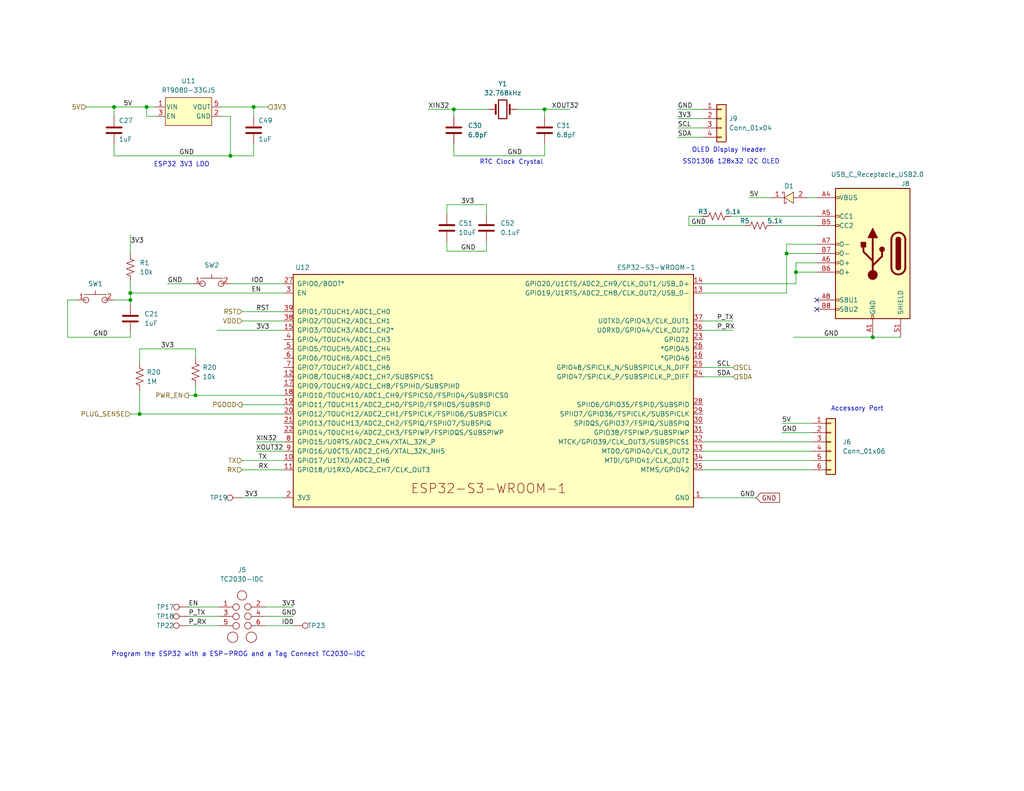
<source format=kicad_sch>
(kicad_sch (version 20230121) (generator eeschema)
  (paper "A")
  (title_block (title "Bitaxe Supra") (date "2024-01-23") (rev "400"))
  (lib_symbols
    (symbol "Connector:TestPoint" (pin_numbers hide) (pin_names (offset 0.762) hide)
      (property "Reference" "TP" (at 0 6.858 0))
      (property "Value" "TestPoint" (at 0 5.08 0))
      (symbol "TestPoint_0_1"
        (circle (center 0 3.302) (radius 0.762))
      )
      (symbol "TestPoint_1_1"
        (pin passive line (at 0 0 90) (length 2.54) (name "1") (number "1"))
      )
    )
    (symbol "Connector:USB_C_Receptacle_USB2.0" (pin_names (offset 1.016))
      (property "Reference" "J" (at -10.16 19.05 0))
      (property "Value" "USB_C_Receptacle_USB2.0" (at 19.05 19.05 0))
      (symbol "USB_C_Receptacle_USB2.0_0_0"
        (rectangle (start -0.254 -17.78) (end 0.254 -16.764))
        (rectangle (start 10.16 -14.986) (end 9.144 -15.494))
        (rectangle (start 10.16 -12.446) (end 9.144 -12.954))
        (rectangle (start 10.16 -4.826) (end 9.144 -5.334))
        (rectangle (start 10.16 -2.286) (end 9.144 -2.794))
        (rectangle (start 10.16 0.254) (end 9.144 -0.254))
        (rectangle (start 10.16 2.794) (end 9.144 2.286))
        (rectangle (start 10.16 7.874) (end 9.144 7.366))
        (rectangle (start 10.16 10.414) (end 9.144 9.906))
        (rectangle (start 10.16 15.494) (end 9.144 14.986))
      )
      (symbol "USB_C_Receptacle_USB2.0_0_1"
        (rectangle (start -10.16 17.78) (end 10.16 -17.78) (stroke (width 0.254)) (fill (type background)))
        (arc (start -8.89 -3.81) (mid -6.985 -5.7067) (end -5.08 -3.81) (stroke (width 0.508)))
        (arc (start -7.62 -3.81) (mid -6.985 -4.4423) (end -6.35 -3.81) (stroke (width 0.254)))
        (arc (start -7.62 -3.81) (mid -6.985 -4.4423) (end -6.35 -3.81) (stroke (width 0.254)) (fill (type outline)))
        (rectangle (start -7.62 -3.81) (end -6.35 3.81) (stroke (width 0.254)) (fill (type outline)))
        (arc (start -6.35 3.81) (mid -6.985 4.4423) (end -7.62 3.81) (stroke (width 0.254)))
        (arc (start -6.35 3.81) (mid -6.985 4.4423) (end -7.62 3.81) (stroke (width 0.254)) (fill (type outline)))
        (arc (start -5.08 3.81) (mid -6.985 5.7067) (end -8.89 3.81) (stroke (width 0.508)))
        (circle (center -2.54 1.143) (radius 0.635) (stroke (width 0.254)) (fill (type outline)))
        (circle (center 0 -5.842) (radius 1.27) (fill (type outline)))
        (polyline (pts (xy -8.89 -3.81) (xy -8.89 3.81)) (stroke (width 0.508)))
        (polyline (pts (xy -5.08 3.81) (xy -5.08 -3.81)) (stroke (width 0.508)))
        (polyline (pts (xy 0 -5.842) (xy 0 4.318)) (stroke (width 0.508)))
        (polyline (pts (xy 0 -3.302) (xy -2.54 -0.762) (xy -2.54 0.508)) (stroke (width 0.508)))
        (polyline (pts (xy 0 -2.032) (xy 2.54 0.508) (xy 2.54 1.778)) (stroke (width 0.508)))
        (polyline (pts (xy -1.27 4.318) (xy 0 6.858) (xy 1.27 4.318) (xy -1.27 4.318)) (stroke (width 0.254)) (fill (type outline)))
        (rectangle (start 1.905 1.778) (end 3.175 3.048) (stroke (width 0.254)) (fill (type outline)))
      )
      (symbol "USB_C_Receptacle_USB2.0_1_1"
        (pin passive line (at 0 -22.86 90) (length 5.08) (name "GND") (number "A1"))
        (pin passive line (at 0 -22.86 90) (length 5.08) hide (name "GND") (number "A12"))
        (pin passive line (at 15.24 15.24 180) (length 5.08) (name "VBUS") (number "A4"))
        (pin bidirectional line (at 15.24 10.16 180) (length 5.08) (name "CC1") (number "A5"))
        (pin bidirectional line (at 15.24 -2.54 180) (length 5.08) (name "D+") (number "A6"))
        (pin bidirectional line (at 15.24 2.54 180) (length 5.08) (name "D-") (number "A7"))
        (pin bidirectional line (at 15.24 -12.7 180) (length 5.08) (name "SBU1") (number "A8"))
        (pin passive line (at 15.24 15.24 180) (length 5.08) hide (name "VBUS") (number "A9"))
        (pin passive line (at 0 -22.86 90) (length 5.08) hide (name "GND") (number "B1"))
        (pin passive line (at 0 -22.86 90) (length 5.08) hide (name "GND") (number "B12"))
        (pin passive line (at 15.24 15.24 180) (length 5.08) hide (name "VBUS") (number "B4"))
        (pin bidirectional line (at 15.24 7.62 180) (length 5.08) (name "CC2") (number "B5"))
        (pin bidirectional line (at 15.24 -5.08 180) (length 5.08) (name "D+") (number "B6"))
        (pin bidirectional line (at 15.24 0 180) (length 5.08) (name "D-") (number "B7"))
        (pin bidirectional line (at 15.24 -15.24 180) (length 5.08) (name "SBU2") (number "B8"))
        (pin passive line (at 15.24 15.24 180) (length 5.08) hide (name "VBUS") (number "B9"))
        (pin passive line (at -7.62 -22.86 90) (length 5.08) (name "SHIELD") (number "S1"))
      )
    )
    (symbol "Connector_Generic:Conn_01x04" (pin_names (offset 1.016) hide)
      (property "Reference" "J" (at 0 5.08 0))
      (property "Value" "Conn_01x04" (at 0 -7.62 0))
      (symbol "Conn_01x04_1_1"
        (rectangle (start -1.27 -4.953) (end 0 -5.207) (stroke (width 0.1524)))
        (rectangle (start -1.27 -2.413) (end 0 -2.667) (stroke (width 0.1524)))
        (rectangle (start -1.27 0.127) (end 0 -0.127) (stroke (width 0.1524)))
        (rectangle (start -1.27 2.667) (end 0 2.413) (stroke (width 0.1524)))
        (rectangle (start -1.27 3.81) (end 1.27 -6.35) (stroke (width 0.254)) (fill (type background)))
        (pin passive line (at -5.08 2.54 0) (length 3.81) (name "Pin_1") (number "1"))
        (pin passive line (at -5.08 0 0) (length 3.81) (name "Pin_2") (number "2"))
        (pin passive line (at -5.08 -2.54 0) (length 3.81) (name "Pin_3") (number "3"))
        (pin passive line (at -5.08 -5.08 0) (length 3.81) (name "Pin_4") (number "4"))
      )
    )
    (symbol "Connector_Generic:Conn_01x06" (pin_names (offset 1.016) hide)
      (property "Reference" "J" (at 0 7.62 0))
      (property "Value" "Conn_01x06" (at 0 -10.16 0))
      (symbol "Conn_01x06_1_1"
        (rectangle (start -1.27 -7.493) (end 0 -7.747) (stroke (width 0.1524)))
        (rectangle (start -1.27 -4.953) (end 0 -5.207) (stroke (width 0.1524)))
        (rectangle (start -1.27 -2.413) (end 0 -2.667) (stroke (width 0.1524)))
        (rectangle (start -1.27 0.127) (end 0 -0.127) (stroke (width 0.1524)))
        (rectangle (start -1.27 2.667) (end 0 2.413) (stroke (width 0.1524)))
        (rectangle (start -1.27 5.207) (end 0 4.953) (stroke (width 0.1524)))
        (rectangle (start -1.27 6.35) (end 1.27 -8.89) (stroke (width 0.254)) (fill (type background)))
        (pin passive line (at -5.08 5.08 0) (length 3.81) (name "Pin_1") (number "1"))
        (pin passive line (at -5.08 2.54 0) (length 3.81) (name "Pin_2") (number "2"))
        (pin passive line (at -5.08 0 0) (length 3.81) (name "Pin_3") (number "3"))
        (pin passive line (at -5.08 -2.54 0) (length 3.81) (name "Pin_4") (number "4"))
        (pin passive line (at -5.08 -5.08 0) (length 3.81) (name "Pin_5") (number "5"))
        (pin passive line (at -5.08 -7.62 0) (length 3.81) (name "Pin_6") (number "6"))
      )
    )
    (symbol "Device:C" (pin_numbers hide) (pin_names (offset 0.254))
      (property "Reference" "C" (at 0.635 2.54 0))
      (property "Value" "C" (at 0.635 -2.54 0))
      (symbol "C_0_1"
        (polyline (pts (xy -2.032 -0.762) (xy 2.032 -0.762)) (stroke (width 0.508)))
        (polyline (pts (xy -2.032 0.762) (xy 2.032 0.762)) (stroke (width 0.508)))
      )
      (symbol "C_1_1"
        (pin passive line (at 0 3.81 270) (length 2.794) (name "~") (number "1"))
        (pin passive line (at 0 -3.81 90) (length 2.794) (name "~") (number "2"))
      )
    )
    (symbol "Device:Crystal" (pin_numbers hide) (pin_names (offset 1.016) hide)
      (property "Reference" "Y" (at 0 3.81 0))
      (property "Value" "Crystal" (at 0 -3.81 0))
      (symbol "Crystal_0_1"
        (rectangle (start -1.143 2.54) (end 1.143 -2.54) (stroke (width 0.3048)))
        (polyline (pts (xy -2.54 0) (xy -1.905 0)))
        (polyline (pts (xy -1.905 -1.27) (xy -1.905 1.27)) (stroke (width 0.508)))
        (polyline (pts (xy 1.905 -1.27) (xy 1.905 1.27)) (stroke (width 0.508)))
        (polyline (pts (xy 2.54 0) (xy 1.905 0)))
      )
      (symbol "Crystal_1_1"
        (pin passive line (at -3.81 0 0) (length 1.27) (name "1") (number "1"))
        (pin passive line (at 3.81 0 180) (length 1.27) (name "2") (number "2"))
      )
    )
    (symbol "Device:R_US" (pin_numbers hide) (pin_names (offset 0))
      (property "Reference" "R" (at 2.54 0 90))
      (property "Value" "R_US" (at -2.54 0 90))
      (symbol "R_US_0_1"
        (polyline (pts (xy 0 -2.286) (xy 0 -2.54)))
        (polyline (pts (xy 0 2.286) (xy 0 2.54)))
        (polyline (pts (xy 0 -0.762) (xy 1.016 -1.143) (xy 0 -1.524) (xy -1.016 -1.905) (xy 0 -2.286)))
        (polyline (pts (xy 0 0.762) (xy 1.016 0.381) (xy 0 0) (xy -1.016 -0.381) (xy 0 -0.762)))
        (polyline (pts (xy 0 2.286) (xy 1.016 1.905) (xy 0 1.524) (xy -1.016 1.143) (xy 0 0.762)))
      )
      (symbol "R_US_1_1"
        (pin passive line (at 0 3.81 270) (length 1.27) (name "~") (number "1"))
        (pin passive line (at 0 -3.81 90) (length 1.27) (name "~") (number "2"))
      )
    )
    (symbol "bitaxe:ESP32-S3-WROOM-1" (pin_names (offset 1.016))
      (property "Reference" "U12" (at -50.8 34.925 0))
      (property "Value" "ESP32-S3-WROOM-1" (at 45.72 34.925 0))
      (symbol "ESP32-S3-WROOM-1_0_0"
        (rectangle (start -53.34 33.02) (end 55.88 -30.48) (stroke (width 0.254)) (fill (type background)))
        (text "ESP32-S3-WROOM-1" (at 0 -25.4 0) (effects (font (size 2.54 2.54))))
        (pin power_in line (at 58.42 -27.94 180) (length 2.54) (name "GND") (number "1"))
        (pin bidirectional line (at -55.88 -17.78 0) (length 2.54) (name "GPIO17/U1TXD/ADC2_CH6") (number "10"))
        (pin bidirectional line (at -55.88 -20.32 0) (length 2.54) (name "GPIO18/U1RXD/ADC2_CH7/CLK_OUT3") (number "11"))
        (pin bidirectional line (at -55.88 5.08 0) (length 2.54) (name "GPIO8/TOUCH8/ADC1_CH7/SUBSPICS1") (number "12"))
        (pin bidirectional line (at 58.42 27.94 180) (length 2.54) (name "GPIO19/U1RTS/ADC2_CH8/CLK_OUT2/USB_D-") (number "13"))
        (pin bidirectional line (at 58.42 30.48 180) (length 2.54) (name "GPIO20/U1CTS/ADC2_CH9/CLK_OUT1/USB_D+") (number "14"))
        (pin bidirectional line (at -55.88 17.78 0) (length 2.54) (name "GPIO3/TOUCH3/ADC1_CH2*") (number "15"))
        (pin bidirectional line (at 58.42 10.16 180) (length 2.54) (name "*GPIO46") (number "16"))
        (pin bidirectional line (at -55.88 2.54 0) (length 2.54) (name "GPIO9/TOUCH9/ADC1_CH8/FSPIHD/SUBSPIHD") (number "17"))
        (pin bidirectional line (at -55.88 0 0) (length 2.54) (name "GPIO10/TOUCH10/ADC1_CH9/FSPICS0/FSPIIO4/SUBSPICS0") (number "18"))
        (pin bidirectional line (at -55.88 -2.54 0) (length 2.54) (name "GPIO11/TOUCH11/ADC2_CH0/FSPID/FSPIIO5/SUBSPID") (number "19"))
        (pin power_in line (at -55.88 -27.94 0) (length 2.54) (name "3V3") (number "2"))
        (pin bidirectional line (at -55.88 -5.08 0) (length 2.54) (name "GPIO12/TOUCH12/ADC2_CH1/FSPICLK/FSPIIO6/SUBSPICLK") (number "20"))
        (pin bidirectional line (at -55.88 -7.62 0) (length 2.54) (name "GPIO13/TOUCH13/ADC2_CH2/FSPIQ/FSPIIO7/SUBSPIQ") (number "21"))
        (pin bidirectional line (at -55.88 -10.16 0) (length 2.54) (name "GPIO14/TOUCH14/ADC2_CH3/FSPIWP/FSPIDQS/SUBSPIWP") (number "22"))
        (pin bidirectional line (at 58.42 15.24 180) (length 2.54) (name "GPIO21") (number "23"))
        (pin bidirectional line (at 58.42 5.08 180) (length 2.54) (name "GPIO47/SPICLK_P/SUBSPICLK_P_DIFF") (number "24"))
        (pin bidirectional line (at 58.42 7.62 180) (length 2.54) (name "GPIO48/SPICLK_N/SUBSPICLK_N_DIFF") (number "25"))
        (pin bidirectional line (at 58.42 12.7 180) (length 2.54) (name "*GPIO45") (number "26"))
        (pin bidirectional line (at -55.88 30.48 0) (length 2.54) (name "GPIO0/BOOT*") (number "27"))
        (pin bidirectional line (at 58.42 -2.54 180) (length 2.54) (name "SPIIO6/GPIO35/FSPID/SUBSPID") (number "28"))
        (pin bidirectional line (at 58.42 -5.08 180) (length 2.54) (name "SPIIO7/GPIO36/FSPICLK/SUBSPICLK") (number "29"))
        (pin input line (at -55.88 27.94 0) (length 2.54) (name "EN") (number "3"))
        (pin bidirectional line (at 58.42 -7.62 180) (length 2.54) (name "SPIDQS/GPIO37/FSPIQ/SUBSPIQ") (number "30"))
        (pin bidirectional line (at 58.42 -10.16 180) (length 2.54) (name "GPIO38/FSPIWP/SUBSPIWP") (number "31"))
        (pin bidirectional line (at 58.42 -12.7 180) (length 2.54) (name "MTCK/GPIO39/CLK_OUT3/SUBSPICS1") (number "32"))
        (pin bidirectional line (at 58.42 -15.24 180) (length 2.54) (name "MTDO/GPIO40/CLK_OUT2") (number "33"))
        (pin bidirectional line (at 58.42 -17.78 180) (length 2.54) (name "MTDI/GPIO41/CLK_OUT1") (number "34"))
        (pin bidirectional line (at 58.42 -20.32 180) (length 2.54) (name "MTMS/GPIO42") (number "35"))
        (pin bidirectional line (at 58.42 17.78 180) (length 2.54) (name "U0RXD/GPIO44/CLK_OUT2") (number "36"))
        (pin bidirectional line (at 58.42 20.32 180) (length 2.54) (name "U0TXD/GPIO43/CLK_OUT1") (number "37"))
        (pin bidirectional line (at -55.88 20.32 0) (length 2.54) (name "GPIO2/TOUCH2/ADC1_CH1") (number "38"))
        (pin bidirectional line (at -55.88 22.86 0) (length 2.54) (name "GPIO1/TOUCH1/ADC1_CH0") (number "39"))
        (pin bidirectional line (at -55.88 15.24 0) (length 2.54) (name "GPIO4/TOUCH4/ADC1_CH3") (number "4"))
        (pin passive line (at 58.42 -27.94 180) (length 2.54) hide (name "GND") (number "40"))
        (pin passive line (at 58.42 -27.94 180) (length 2.54) hide (name "GND") (number "41"))
        (pin bidirectional line (at -55.88 12.7 0) (length 2.54) (name "GPIO5/TOUCH5/ADC1_CH4") (number "5"))
        (pin bidirectional line (at -55.88 10.16 0) (length 2.54) (name "GPIO6/TOUCH6/ADC1_CH5") (number "6"))
        (pin bidirectional line (at -55.88 7.62 0) (length 2.54) (name "GPIO7/TOUCH7/ADC1_CH6") (number "7"))
        (pin bidirectional line (at -55.88 -12.7 0) (length 2.54) (name "GPIO15/U0RTS/ADC2_CH4/XTAL_32K_P") (number "8"))
        (pin bidirectional line (at -55.88 -15.24 0) (length 2.54) (name "GPIO16/U0CTS/ADC2_CH5/XTAL_32K_NH5") (number "9"))
      )
    )
    (symbol "bitaxe:GT-TC029B-H025-L1N"
      (property "Reference" "SW2" (at 0 3.81 0))
      (symbol "GT-TC029B-H025-L1N_0_1"
        (circle (center -2.54 0) (radius 0.76))
        (polyline (pts (xy -3.05 1.52) (xy 3.05 1.52)))
        (polyline (pts (xy 0 1.52) (xy 0 2.54)))
        (circle (center 2.54 0) (radius 0.76))
        (pin unspecified line (at -5.08 0 0) (length 2.54) (name "~") (number "1"))
        (pin unspecified line (at 5.08 0 180) (length 2.54) (name "~") (number "2"))
      )
    )
    (symbol "bitaxe:RT9080-33GJ5" (pin_names (offset 0.254))
      (property "Reference" "U" (at -6.35 5.08 0))
      (property "Value" "RT9080-33GJ5" (at 0 -5.08 0))
      (symbol "RT9080-33GJ5_1_1"
        (rectangle (start -6.35 3.81) (end 6.35 -3.81) (stroke (width 0.1524)) (fill (type background)))
        (pin power_in line (at -8.89 1.27 0) (length 2.54) (name "VIN") (number "1"))
        (pin power_in line (at 8.89 -1.27 180) (length 2.54) (name "GND") (number "2"))
        (pin input line (at -8.89 -1.27 0) (length 2.54) (name "EN") (number "3"))
        (pin no_connect line (at 0 6.35 270) (length 2.54) hide (name "NC") (number "4"))
        (pin output line (at 8.89 1.27 180) (length 2.54) (name "VOUT") (number "5"))
      )
    )
    (symbol "bitaxe:TC2030-IDC-NL" (pin_names (offset 1.016) hide)
      (property "Reference" "J5" (at 0 12.7 0))
      (property "Value" "TC2030-IDC" (at 0 10.16 0))
      (symbol "TC2030-IDC-NL_0_1"
        (circle (center -2.54 -5.715) (radius 1.4224))
        (circle (center -1.6002 2.54) (radius 0.889))
        (circle (center 0 5.715) (radius 1.27))
      )
      (symbol "TC2030-IDC-NL_1_1"
        (circle (center -1.6002 -2.5908) (radius 0.889))
        (circle (center -1.6002 -0.0508) (radius 0.889))
        (circle (center 1.6002 -2.54) (radius 0.889))
        (circle (center 1.6002 0) (radius 0.889))
        (circle (center 1.6002 2.5908) (radius 0.889))
        (circle (center 2.54 -5.715) (radius 1.4224))
        (pin passive line (at -6.35 2.54 0) (length 3.81) (name "Pin_1") (number "1"))
        (pin passive line (at 6.35 2.54 180) (length 3.81) (name "Pin_2") (number "2"))
        (pin passive line (at -6.35 0 0) (length 3.81) (name "Pin_3") (number "3"))
        (pin passive line (at 6.35 0 180) (length 3.81) (name "Pin_4") (number "4"))
        (pin passive line (at -6.35 -2.54 0) (length 3.81) (name "Pin_5") (number "5"))
        (pin passive line (at 6.35 -2.54 180) (length 3.81) (name "Pin_6") (number "6"))
      )
    )
    (symbol "lcsc:SS310_C85658"
      (property "Reference" "D" (at 0 5.08 0))
      (property "Value" "SS310_C85658" (at 0 -5.08 0))
      (symbol "SS310_C85658_0_1"
        (polyline (pts (xy -1.27 -1.52) (xy -1.27 1.52)))
        (polyline (pts (xy -1.27 -1.52) (xy -0.76 -1.52) (xy -0.76 -1.02)))
        (polyline (pts (xy -1.27 1.52) (xy -1.78 1.52) (xy -1.78 1.02)))
        (polyline (pts (xy 1.27 1.52) (xy -1.27 0) (xy 1.27 -1.52) (xy 1.27 1.52)) (fill (type background)))
        (pin unspecified line (at -5.08 0 0) (length 3.81) (name "~") (number "1"))
        (pin unspecified line (at 5.08 0 180) (length 3.81) (name "~") (number "2"))
      )
    )
  )
  (junction (at 214.63 69.215))
  (junction (at 123.825 29.845))
  (junction (at 238.125 92.075))
  (junction (at 62.865 42.545))
  (junction (at 217.17 74.295))
  (junction (at 53.34 107.95))
  (junction (at 40.005 29.21))
  (junction (at 148.59 29.845))
  (junction (at 35.56 80.01))
  (junction (at 38.1 113.03))
  (junction (at 35.56 81.915))
  (junction (at 69.215 29.21))
  (junction (at 31.115 29.21))
  (no_connect (at 222.885 81.915))
  (no_connect (at 222.885 84.455))
  (wire (pts (xy 187.96 59.055) (xy 191.77 59.055)))
  (wire (pts (xy 35.56 113.03) (xy 38.1 113.03)))
  (wire (pts (xy 121.92 55.88) (xy 121.92 58.42)))
  (wire (pts (xy 191.77 128.27) (xy 221.615 128.27)))
  (wire (pts (xy 31.115 29.21) (xy 31.115 31.75)))
  (wire (pts (xy 216.535 92.075) (xy 238.125 92.075)))
  (wire (pts (xy 35.56 80.01) (xy 35.56 81.915)))
  (wire (pts (xy 213.36 115.57) (xy 221.615 115.57)))
  (wire (pts (xy 60.325 31.75) (xy 62.865 31.75)))
  (wire (pts (xy 140.97 29.845) (xy 148.59 29.845)))
  (wire (pts (xy 72.39 168.275) (xy 80.01 168.275)))
  (wire (pts (xy 69.215 39.37) (xy 69.215 42.545)))
  (wire (pts (xy 66.04 110.49) (xy 77.47 110.49)))
  (wire (pts (xy 132.715 68.58) (xy 121.92 68.58)))
  (wire (pts (xy 238.125 92.075) (xy 245.745 92.075)))
  (wire (pts (xy 62.865 31.75) (xy 62.865 42.545)))
  (wire (pts (xy 123.825 42.545) (xy 123.825 39.37)))
  (wire (pts (xy 35.56 76.835) (xy 35.56 80.01)))
  (wire (pts (xy 72.39 165.735) (xy 80.01 165.735)))
  (wire (pts (xy 69.215 29.21) (xy 69.215 31.75)))
  (wire (pts (xy 38.1 99.06) (xy 38.1 95.25)))
  (wire (pts (xy 77.47 125.73) (xy 66.04 125.73)))
  (wire (pts (xy 132.715 66.04) (xy 132.715 68.58)))
  (wire (pts (xy 40.005 29.21) (xy 42.545 29.21)))
  (wire (pts (xy 191.77 125.73) (xy 221.615 125.73)))
  (wire (pts (xy 18.415 81.915) (xy 18.415 92.075)))
  (wire (pts (xy 148.59 29.845) (xy 155.575 29.845)))
  (wire (pts (xy 69.85 120.65) (xy 77.47 120.65)))
  (wire (pts (xy 77.47 85.09) (xy 66.04 85.09)))
  (wire (pts (xy 45.72 77.47) (xy 52.705 77.47)))
  (wire (pts (xy 214.63 69.215) (xy 214.63 80.01)))
  (wire (pts (xy 116.84 29.845) (xy 123.825 29.845)))
  (wire (pts (xy 31.115 81.915) (xy 35.56 81.915)))
  (wire (pts (xy 123.825 42.545) (xy 148.59 42.545)))
  (wire (pts (xy 203.2 61.595) (xy 187.96 61.595)))
  (wire (pts (xy 123.825 29.845) (xy 123.825 31.75)))
  (wire (pts (xy 23.495 29.21) (xy 31.115 29.21)))
  (wire (pts (xy 18.415 92.075) (xy 35.56 92.075)))
  (wire (pts (xy 72.39 170.815) (xy 80.01 170.815)))
  (wire (pts (xy 217.17 74.295) (xy 222.885 74.295)))
  (wire (pts (xy 213.36 118.11) (xy 221.615 118.11)))
  (wire (pts (xy 199.39 59.055) (xy 222.885 59.055)))
  (wire (pts (xy 69.85 123.19) (xy 77.47 123.19)))
  (wire (pts (xy 184.912 29.845) (xy 191.77 29.845)))
  (wire (pts (xy 35.56 81.915) (xy 35.56 83.185)))
  (wire (pts (xy 191.77 90.17) (xy 200.025 90.17)))
  (wire (pts (xy 35.56 80.01) (xy 77.47 80.01)))
  (wire (pts (xy 222.885 66.675) (xy 214.63 66.675)))
  (wire (pts (xy 77.47 128.27) (xy 66.04 128.27)))
  (wire (pts (xy 214.63 69.215) (xy 222.885 69.215)))
  (wire (pts (xy 123.825 29.845) (xy 133.35 29.845)))
  (wire (pts (xy 51.435 170.815) (xy 59.69 170.815)))
  (wire (pts (xy 191.77 102.87) (xy 200.025 102.87)))
  (wire (pts (xy 69.215 29.21) (xy 73.025 29.21)))
  (wire (pts (xy 31.115 29.21) (xy 40.005 29.21)))
  (wire (pts (xy 38.1 113.03) (xy 77.47 113.03)))
  (wire (pts (xy 51.435 107.95) (xy 53.34 107.95)))
  (wire (pts (xy 184.912 34.925) (xy 191.77 34.925)))
  (wire (pts (xy 53.34 107.95) (xy 77.47 107.95)))
  (wire (pts (xy 191.77 135.89) (xy 206.375 135.89)))
  (wire (pts (xy 51.435 168.275) (xy 59.69 168.275)))
  (wire (pts (xy 31.115 42.545) (xy 31.115 39.37)))
  (wire (pts (xy 66.04 87.63) (xy 77.47 87.63)))
  (wire (pts (xy 35.56 90.805) (xy 35.56 92.075)))
  (wire (pts (xy 121.92 68.58) (xy 121.92 66.04)))
  (wire (pts (xy 59.182 90.17) (xy 77.47 90.17)))
  (wire (pts (xy 62.865 77.47) (xy 77.47 77.47)))
  (wire (pts (xy 187.96 61.595) (xy 187.96 59.055)))
  (wire (pts (xy 191.77 120.65) (xy 221.615 120.65)))
  (wire (pts (xy 42.545 31.75) (xy 40.005 31.75)))
  (wire (pts (xy 148.59 29.845) (xy 148.59 31.75)))
  (wire (pts (xy 51.435 165.735) (xy 59.69 165.735)))
  (wire (pts (xy 191.77 77.47) (xy 217.17 77.47)))
  (wire (pts (xy 191.77 100.33) (xy 200.025 100.33)))
  (wire (pts (xy 217.17 74.295) (xy 217.17 71.755)))
  (wire (pts (xy 20.955 81.915) (xy 18.415 81.915)))
  (wire (pts (xy 217.17 77.47) (xy 217.17 74.295)))
  (wire (pts (xy 191.77 87.63) (xy 200.025 87.63)))
  (wire (pts (xy 40.005 31.75) (xy 40.005 29.21)))
  (wire (pts (xy 191.77 123.19) (xy 221.615 123.19)))
  (wire (pts (xy 148.59 39.37) (xy 148.59 42.545)))
  (wire (pts (xy 132.715 55.88) (xy 121.92 55.88)))
  (wire (pts (xy 53.34 105.41) (xy 53.34 107.95)))
  (wire (pts (xy 220.345 53.975) (xy 222.885 53.975)))
  (wire (pts (xy 210.82 61.595) (xy 222.885 61.595)))
  (wire (pts (xy 38.1 95.25) (xy 53.34 95.25)))
  (wire (pts (xy 217.17 71.755) (xy 222.885 71.755)))
  (wire (pts (xy 191.77 80.01) (xy 214.63 80.01)))
  (wire (pts (xy 53.34 97.79) (xy 53.34 95.25)))
  (wire (pts (xy 66.04 135.89) (xy 77.47 135.89)))
  (wire (pts (xy 184.912 37.465) (xy 191.77 37.465)))
  (wire (pts (xy 132.715 58.42) (xy 132.715 55.88)))
  (wire (pts (xy 184.912 32.385) (xy 191.77 32.385)))
  (wire (pts (xy 69.215 42.545) (xy 62.865 42.545)))
  (wire (pts (xy 35.56 64.135) (xy 35.56 69.215)))
  (wire (pts (xy 60.325 29.21) (xy 69.215 29.21)))
  (wire (pts (xy 214.63 66.675) (xy 214.63 69.215)))
  (wire (pts (xy 204.47 53.975) (xy 210.185 53.975)))
  (wire (pts (xy 62.865 42.545) (xy 31.115 42.545)))
  (wire (pts (xy 38.1 106.68) (xy 38.1 113.03)))
  (text "Accessory Port" (at 226.695 112.395 0) (effects (font (size 1.27 1.27)) (justify left bottom)))
  (text "RTC Clock Crystal" (at 130.81 45.085 0) (effects (font (size 1.27 1.27)) (justify left bottom)))
  (text "ESP32 3V3 LDO" (at 41.91 45.72 0) (effects (font (size 1.27 1.27)) (justify left bottom)))
  (text "Program the ESP32 with a ESP-PROG and a Tag Connect TC2030-IDC" (at 30.353 179.451 0) (effects (font (size 1.27 1.27)) (justify left bottom)))
  (text "SSD1306 128x32 I2C OLED" (at 186.182 44.958 0) (effects (font (size 1.27 1.27)) (justify left bottom)))
  (text "OLED Display Header" (at 188.722 41.783 0) (effects (font (size 1.27 1.27)) (justify left bottom)))
  (label "P_RX" (at 51.435 170.815 0))
  (label "RST" (at 69.85 85.09 0))
  (label "5V" (at 204.47 53.975 0))
  (label "P_TX" (at 51.435 168.275 0))
  (label "3V3" (at 43.815 95.25 0))
  (label "EN" (at 51.435 165.735 0))
  (label "GND" (at 184.912 29.845 0))
  (label "5V" (at 213.36 115.57 0))
  (label "GND" (at 224.79 92.075 0))
  (label "XOUT32" (at 150.495 29.845 0))
  (label "EN" (at 68.58 80.01 0))
  (label "P_RX" (at 195.58 90.17 0))
  (label "IO0" (at 68.58 77.47 0))
  (label "GND" (at 125.73 68.58 0))
  (label "3V3" (at 66.675 135.89 0))
  (label "SDA" (at 195.58 102.87 0))
  (label "GND" (at 188.595 61.595 0))
  (label "XIN32" (at 69.85 120.65 0))
  (label "TX" (at 70.485 125.73 0))
  (label "GND" (at 138.43 42.545 0))
  (label "3V3" (at 76.835 165.735 0))
  (label "3V3" (at 69.85 90.17 0))
  (label "IO0" (at 76.835 170.815 0))
  (label "SCL" (at 195.58 100.33 0))
  (label "XOUT32" (at 69.85 123.19 0))
  (label "SCL" (at 184.912 34.925 0))
  (label "GND" (at 213.36 118.11 0))
  (label "XIN32" (at 116.84 29.845 0))
  (label "GND" (at 201.93 135.89 0))
  (label "GND" (at 45.72 77.47 0))
  (label "SDA" (at 184.912 37.465 0))
  (label "3V3" (at 125.73 55.88 0))
  (label "P_TX" (at 195.58 87.63 0))
  (label "3V3" (at 184.912 32.385 0))
  (label "GND" (at 25.4 92.075 0))
  (label "5V" (at 33.655 29.21 0))
  (label "GND" (at 76.835 168.275 0))
  (label "GND" (at 48.895 42.545 0))
  (label "3V3" (at 35.56 66.675 0))
  (label "RX" (at 70.485 128.27 0))
  (global_label "GND" (shape input) (at 206.375 135.89 0) (property "Intersheetrefs" "${INTERSHEET_REFS}" (effects hide)))
  (hierarchical_label "TX" (shape input) (at 66.04 125.73 180))
  (hierarchical_label "RX" (shape input) (at 66.04 128.27 180))
  (hierarchical_label "3V3" (shape input) (at 73.025 29.21 0))
  (hierarchical_label "PLUG_SENSE" (shape input) (at 35.56 113.03 180))
  (hierarchical_label "SCL" (shape input) (at 200.025 100.33 0))
  (hierarchical_label "RST" (shape input) (at 66.04 85.09 180))
  (hierarchical_label "SDA" (shape input) (at 200.025 102.87 0))
  (hierarchical_label "PGOOD" (shape output) (at 66.04 110.49 180))
  (hierarchical_label "PWR_EN" (shape output) (at 51.435 107.95 180))
  (hierarchical_label "5V" (shape input) (at 23.495 29.21 180))
  (hierarchical_label "VDD" (shape input) (at 66.04 87.63 180))
  (symbol (lib_id "Device:C") (at 35.56 86.995 0) (unit 1)
    (property "Reference" "C21" (at 39.37 85.7249 0) (effects (justify left)))
    (property "Value" "1uF" (at 39.37 88.2649 0) (effects (justify left)))
    (property "Footprint" "Capacitor_SMD:C_0402_1005Metric" (effects hide))
    (property "DK" "587-5514-1-ND" (effects hide))
    (property "PARTNO" "EMK105BJ105MV-F" (effects hide))
  )
  (symbol (lib_id "Device:C") (at 123.825 35.56 0) (unit 1)
    (property "Reference" "C30" (at 127.635 34.2899 0) (effects (justify left)))
    (property "Value" "6.8pF" (at 127.635 36.8299 0) (effects (justify left)))
    (property "Footprint" "Capacitor_SMD:C_0402_1005Metric" (effects hide))
    (property "DK" "399-C0402C689C5GAC7867CT-ND" (effects hide))
    (property "PARTNO" "C0402C689C5GAC7867" (effects hide))
  )
  (symbol (lib_id "Connector_Generic:Conn_01x06") (at 226.695 120.65 0) (unit 1)
    (property "Reference" "J6" (at 229.87 120.65 0) (effects (justify left)))
    (property "Value" "Conn_01x06" (at 229.87 123.19 0) (effects (justify left)))
    (property "Footprint" "Connector_PinHeader_2.54mm:PinHeader_1x06_P2.54mm_Vertical" (effects hide))
  )
  (symbol (lib_id "Device:R_US") (at 207.01 61.595 90) (unit 1)
    (property "Reference" "R5" (at 203.2 60.325 90))
    (property "Value" "5.1k" (at 211.455 60.325 90))
    (property "Footprint" "Resistor_SMD:R_0402_1005Metric" (effects hide))
    (property "DK" "RMCF0402JT5K10CT-ND" (effects hide))
    (property "PARTNO" "RMCF0402JT5K10" (effects hide))
  )
  (symbol (lib_id "Device:C") (at 132.715 62.23 0) (unit 1)
    (property "Reference" "C52" (at 136.525 60.9599 0) (effects (justify left)))
    (property "Value" "0.1uF" (at 136.525 63.4999 0) (effects (justify left)))
    (property "Footprint" "Capacitor_SMD:C_0402_1005Metric" (effects hide))
    (property "DK" "1292-1639-1-ND" (effects hide))
    (property "PARTNO" "0402X104K100CT" (effects hide))
  )
  (symbol (lib_id "Device:R_US") (at 38.1 102.87 0) (unit 1)
    (property "Reference" "R20" (at 40.005 101.6 0) (effects (justify left)))
    (property "Value" "1M" (at 40.005 104.14 0) (effects (justify left)))
    (property "Footprint" "Resistor_SMD:R_0402_1005Metric" (effects hide))
    (property "DK" "311-1.00MLRCT-ND" (effects hide))
    (property "PARTNO" "RC0402FR-071ML" (effects hide))
  )
  (symbol (lib_id "Connector_Generic:Conn_01x04") (at 196.85 32.385 0) (unit 1)
    (property "Reference" "J9" (at 198.882 32.3849 0) (effects (justify left)))
    (property "Value" "Conn_01x04" (at 198.882 34.9249 0) (effects (justify left)))
    (property "Footprint" "Connector_PinSocket_2.54mm:PinSocket_1x04_P2.54mm_Vertical_SMD_Pin1Right" (effects hide))
    (property "DK" "S5596-ND" (effects hide))
    (property "PARTNO" "NPTC041KFXC-RC" (effects hide))
  )
  (symbol (lib_id "bitaxe:GT-TC029B-H025-L1N") (at 57.785 77.47 0) (unit 1)
    (property "Reference" "SW2" (at 57.785 72.39 0))
    (property "Value" "GT-TC029B-H025-L1N" (effects hide))
    (property "Footprint" "bitaxe:SW_CS1213AGF260_CRS" (effects hide))
    (property "Datasheet" "https://www.citrelay.com/Catalog%20Pages/SwitchCatalog/CS1213.pdf" (effects hide))
    (property "DK" "2449-CS1213AGF260CT-ND" (effects hide))
    (property "PARTNO" "CS1213AGF260" (effects hide))
  )
  (symbol (lib_id "Device:C") (at 148.59 35.56 0) (unit 1)
    (property "Reference" "C31" (at 151.765 34.2899 0) (effects (justify left)))
    (property "Value" "6.8pF" (at 151.765 36.8299 0) (effects (justify left)))
    (property "Footprint" "Capacitor_SMD:C_0402_1005Metric" (effects hide))
    (property "DK" "399-C0402C689C5GAC7867CT-ND" (effects hide))
    (property "PARTNO" "C0402C689C5GAC7867" (effects hide))
  )
  (symbol (lib_id "bitaxe:RT9080-33GJ5") (at 51.435 30.48 0) (unit 1)
    (property "Reference" "U11" (at 51.435 22.098 0))
    (property "Value" "RT9080-33GJ5" (at 51.435 24.638 0))
    (property "Footprint" "bitaxe:RT9080-33GJ5" (effects hide))
    (property "Datasheet" "https://www.richtek.com/assets/product_file/RT9080/DS9080-05.pdf" (effects hide))
    (property "DK" "1028-1509-1-ND" (effects hide))
    (property "PARTNO" "RT9080-33GJ5" (effects hide))
  )
  (symbol (lib_id "Connector:TestPoint") (at 51.435 168.275 90) (mirror x) (unit 1) (in_bom no)
    (property "Reference" "TP18" (at 45.085 168.275 90))
    (property "Value" "TestPoint" (effects hide))
    (property "Footprint" "TestPoint:TestPoint_Pad_D1.5mm" (effects hide))
  )
  (symbol (lib_id "Connector:TestPoint") (at 80.01 170.815 270) (mirror x) (unit 1) (in_bom no)
    (property "Reference" "TP23" (at 86.36 170.815 90))
    (property "Value" "TestPoint" (effects hide))
    (property "Footprint" "TestPoint:TestPoint_Pad_D1.5mm" (effects hide))
  )
  (symbol (lib_id "Device:R_US") (at 195.58 59.055 90) (unit 1)
    (property "Reference" "R3" (at 191.77 57.785 90))
    (property "Value" "5.1k" (at 200.025 57.785 90))
    (property "Footprint" "Resistor_SMD:R_0402_1005Metric" (effects hide))
    (property "DK" "RMCF0402JT5K10CT-ND" (effects hide))
    (property "PARTNO" "RMCF0402JT5K10" (effects hide))
  )
  (symbol (lib_id "Device:R_US") (at 35.56 73.025 0) (unit 1)
    (property "Reference" "R1" (at 38.1 71.7549 0) (effects (justify left)))
    (property "Value" "10k" (at 38.1 74.2949 0) (effects (justify left)))
    (property "Footprint" "Resistor_SMD:R_0402_1005Metric" (effects hide))
    (property "DK" "311-10KJRCT-ND" (effects hide))
    (property "PARTNO" "RC0402JR-0710KL" (effects hide))
  )
  (symbol (lib_id "lcsc:SS310_C85658") (at 215.265 53.975 0) (unit 1)
    (property "Reference" "D1" (at 215.265 50.8 0))
    (property "Value" "SS310" (effects hide))
    (property "Footprint" "Diode_SMD:D_SMA" (effects hide))
    (property "Datasheet" "https://www.mccsemi.com/pdf/Products/SK32A-L-SK310A-L(DO-214AC).pdf" (effects hide))
    (property "DK" "SK310A-LTPMSCT-ND" (effects hide))
    (property "PARTNO" "SK310A-LTP" (effects hide))
  )
  (symbol (lib_id "bitaxe:TC2030-IDC-NL") (at 66.04 168.275 0) (unit 1) (in_bom no)
    (property "Reference" "J5" (at 66.04 155.575 0))
    (property "Value" "TC2030-IDC" (at 66.04 158.115 0))
    (property "Footprint" "bitaxe:Tag-Connect_TC2030-IDC-NL_2x03_P1.27mm_Vertical" (effects hide))
  )
  (symbol (lib_id "Device:C") (at 69.215 35.56 0) (unit 1)
    (property "Reference" "C49" (at 70.485 33.655 0) (effects (justify left bottom)))
    (property "Value" "1uF" (at 70.485 38.735 0) (effects (justify left bottom)))
    (property "Footprint" "Capacitor_SMD:C_0402_1005Metric" (effects hide))
    (property "DK" "587-5514-1-ND" (effects hide))
    (property "PARTNO" "EMK105BJ105MV-F" (effects hide))
  )
  (symbol (lib_id "Device:C") (at 121.92 62.23 0) (unit 1)
    (property "Reference" "C51" (at 125.095 60.9599 0) (effects (justify left)))
    (property "Value" "10uF" (at 125.095 63.4999 0) (effects (justify left)))
    (property "Footprint" "Capacitor_SMD:C_0805_2012Metric" (effects hide))
    (property "DK" "1276-1096-1-ND" (effects hide))
    (property "PARTNO" "CL21A106KOQNNNE" (effects hide))
  )
  (symbol (lib_id "Device:Crystal") (at 137.16 29.845 0) (unit 1)
    (property "Reference" "Y1" (at 137.16 22.86 0))
    (property "Value" "32.768kHz" (at 137.16 25.4 0))
    (property "Footprint" "bitaxe:SC32S-7PF20PPM" (effects hide))
    (property "Datasheet" "https://www.sii.co.jp/en/quartz/files/2013/03/SC-32S_Leaflet_e20151217.pdf" (effects hide))
    (property "DK" "728-1074-1-ND" (effects hide))
    (property "PARTNO" "SC32S-7PF20PPM" (effects hide))
  )
  (symbol (lib_id "Device:R_US") (at 53.34 101.6 0) (unit 1)
    (property "Reference" "R20" (at 55.245 100.33 0) (effects (justify left)))
    (property "Value" "10k" (at 55.245 102.87 0) (effects (justify left)))
    (property "Footprint" "Resistor_SMD:R_0402_1005Metric" (effects hide))
    (property "DK" "311-10KJRCT-ND" (effects hide))
    (property "PARTNO" "RC0402JR-0710KL" (effects hide))
  )
  (symbol (lib_id "Connector:USB_C_Receptacle_USB2.0") (at 238.125 69.215 0) (mirror y) (unit 1)
    (property "Reference" "J8" (at 248.285 50.165 0) (effects (justify left)))
    (property "Value" "USB_C_Receptacle_USB2.0" (at 226.695 47.625 0) (effects (justify right)))
    (property "Footprint" "Connector_USB:USB_C_Receptacle_GCT_USB4105-xx-A_16P_TopMnt_Horizontal" (effects hide))
    (property "Datasheet" "https://gct.co/connector/usb4105" (effects hide))
    (property "DK" "2073-USB4105-GF-ACT-ND" (effects hide))
    (property "PARTNO" "USB4105-GF-A" (effects hide))
  )
  (symbol (lib_id "Connector:TestPoint") (at 66.04 135.89 90) (mirror x) (unit 1) (in_bom no)
    (property "Reference" "TP19" (at 59.69 135.89 90))
    (property "Value" "TestPoint" (effects hide))
    (property "Footprint" "TestPoint:TestPoint_Pad_D1.5mm" (effects hide))
  )
  (symbol (lib_id "Connector:TestPoint") (at 51.435 165.735 90) (mirror x) (unit 1) (in_bom no)
    (property "Reference" "TP17" (at 45.085 165.735 90))
    (property "Value" "TestPoint" (effects hide))
    (property "Footprint" "TestPoint:TestPoint_Pad_D1.5mm" (effects hide))
  )
  (symbol (lib_id "Connector:TestPoint") (at 51.435 170.815 90) (mirror x) (unit 1) (in_bom no)
    (property "Reference" "TP22" (at 45.085 170.815 90))
    (property "Value" "TestPoint" (effects hide))
    (property "Footprint" "TestPoint:TestPoint_Pad_D1.5mm" (effects hide))
  )
  (symbol (lib_id "Device:C") (at 31.115 35.56 0) (unit 1)
    (property "Reference" "C27" (at 32.385 33.655 0) (effects (justify left bottom)))
    (property "Value" "1uF" (at 32.385 38.735 0) (effects (justify left bottom)))
    (property "Footprint" "Capacitor_SMD:C_0402_1005Metric" (effects hide))
    (property "DK" "587-5514-1-ND" (effects hide))
    (property "PARTNO" "EMK105BJ105MV-F" (effects hide))
  )
  (symbol (lib_id "bitaxe:ESP32-S3-WROOM-1") (at 133.35 107.95 0) (unit 1)
    (property "Reference" "U12" (at 82.55 73.025 0))
    (property "Value" "ESP32-S3-WROOM-1" (at 179.07 73.025 0))
    (property "Footprint" "bitaxe:ESP32-S3-WROOM-1" (effects hide))
    (property "Datasheet" "https://www.espressif.com/sites/default/files/documentation/esp32-s3-wroom-1_wroom-1u_datasheet_en.pdf" (effects hide))
    (property "DK" "1965-ESP32-S3-WROOM-1-N16R8CT-ND" (effects hide))
    (property "PARTNO" "ESP32-S3-WROOM-1-N16R8" (effects hide))
  )
  (symbol (lib_id "bitaxe:GT-TC029B-H025-L1N") (at 26.035 81.915 0) (unit 1)
    (property "Reference" "SW1" (at 26.035 77.47 0))
    (property "Value" "GT-TC029B-H025-L1N" (effects hide))
    (property "Footprint" "bitaxe:SW_CS1213AGF260_CRS" (effects hide))
    (property "Datasheet" "https://www.citrelay.com/Catalog%20Pages/SwitchCatalog/CS1213.pdf" (effects hide))
    (property "DK" "2449-CS1213AGF260CT-ND" (effects hide))
    (property "PARTNO" "CS1213AGF260" (effects hide))
  )
)
</source>
